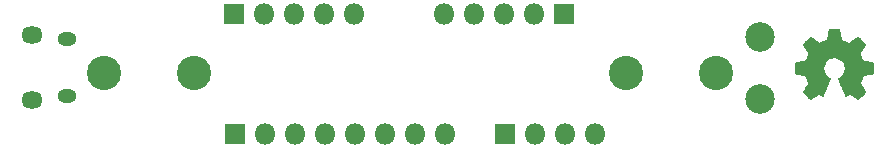
<source format=gbs>
G04 #@! TF.GenerationSoftware,KiCad,Pcbnew,(5.1.5-0-10_14)*
G04 #@! TF.CreationDate,2020-01-18T15:39:45-08:00*
G04 #@! TF.ProjectId,14500,31343530-302e-46b6-9963-61645f706362,rev?*
G04 #@! TF.SameCoordinates,Original*
G04 #@! TF.FileFunction,Soldermask,Bot*
G04 #@! TF.FilePolarity,Negative*
%FSLAX46Y46*%
G04 Gerber Fmt 4.6, Leading zero omitted, Abs format (unit mm)*
G04 Created by KiCad (PCBNEW (5.1.5-0-10_14)) date 2020-01-18 15:39:45*
%MOMM*%
%LPD*%
G04 APERTURE LIST*
%ADD10C,0.010000*%
%ADD11C,2.901600*%
%ADD12O,1.801600X1.801600*%
%ADD13R,1.801600X1.801600*%
%ADD14O,1.801600X1.451600*%
%ADD15O,1.601600X1.201600*%
%ADD16C,2.501600*%
G04 APERTURE END LIST*
D10*
G36*
X127244186Y-97193931D02*
G01*
X127160365Y-97638555D01*
X126851080Y-97766053D01*
X126541794Y-97893551D01*
X126170754Y-97641246D01*
X126066843Y-97570996D01*
X125972913Y-97508272D01*
X125893348Y-97455938D01*
X125832530Y-97416857D01*
X125794843Y-97393893D01*
X125784579Y-97388942D01*
X125766090Y-97401676D01*
X125726580Y-97436882D01*
X125670478Y-97490062D01*
X125602213Y-97556718D01*
X125526214Y-97632354D01*
X125446908Y-97712472D01*
X125368725Y-97792574D01*
X125296093Y-97868164D01*
X125233441Y-97934745D01*
X125185197Y-97987818D01*
X125155790Y-98022887D01*
X125148759Y-98034623D01*
X125158877Y-98056260D01*
X125187241Y-98103662D01*
X125230871Y-98172193D01*
X125286782Y-98257215D01*
X125351994Y-98354093D01*
X125389781Y-98409350D01*
X125458657Y-98510248D01*
X125519860Y-98601299D01*
X125570422Y-98677970D01*
X125607372Y-98735728D01*
X125627742Y-98770043D01*
X125630803Y-98777254D01*
X125623864Y-98797748D01*
X125604949Y-98845513D01*
X125576913Y-98913832D01*
X125542609Y-98995989D01*
X125504891Y-99085270D01*
X125466613Y-99174958D01*
X125430630Y-99258338D01*
X125399794Y-99328694D01*
X125376961Y-99379310D01*
X125364983Y-99403471D01*
X125364276Y-99404422D01*
X125345469Y-99409036D01*
X125295382Y-99419328D01*
X125219207Y-99434287D01*
X125122135Y-99452901D01*
X125009357Y-99474159D01*
X124943558Y-99486418D01*
X124823050Y-99509362D01*
X124714203Y-99531195D01*
X124622524Y-99550722D01*
X124553519Y-99566748D01*
X124512696Y-99578079D01*
X124504489Y-99581674D01*
X124496452Y-99606006D01*
X124489967Y-99660959D01*
X124485030Y-99740108D01*
X124481636Y-99837026D01*
X124479782Y-99945287D01*
X124479462Y-100058465D01*
X124480673Y-100170135D01*
X124483410Y-100273868D01*
X124487669Y-100363241D01*
X124493445Y-100431826D01*
X124500733Y-100473197D01*
X124505105Y-100481810D01*
X124531236Y-100492133D01*
X124586607Y-100506892D01*
X124663893Y-100524352D01*
X124755770Y-100542780D01*
X124787842Y-100548741D01*
X124942476Y-100577066D01*
X125064625Y-100599876D01*
X125158327Y-100618080D01*
X125227616Y-100632583D01*
X125276529Y-100644292D01*
X125309103Y-100654115D01*
X125329372Y-100662956D01*
X125341374Y-100671724D01*
X125343053Y-100673457D01*
X125359816Y-100701371D01*
X125385386Y-100755695D01*
X125417212Y-100829777D01*
X125452740Y-100916965D01*
X125489417Y-101010608D01*
X125524689Y-101104052D01*
X125556004Y-101190647D01*
X125580807Y-101263740D01*
X125596546Y-101316678D01*
X125600668Y-101342811D01*
X125600324Y-101343726D01*
X125586359Y-101365086D01*
X125554678Y-101412084D01*
X125508609Y-101479827D01*
X125451482Y-101563423D01*
X125386627Y-101657982D01*
X125368157Y-101684854D01*
X125302301Y-101782275D01*
X125244350Y-101871163D01*
X125197462Y-101946412D01*
X125164793Y-102002920D01*
X125149500Y-102035581D01*
X125148759Y-102039593D01*
X125161608Y-102060684D01*
X125197112Y-102102464D01*
X125250707Y-102160445D01*
X125317829Y-102230135D01*
X125393913Y-102307045D01*
X125474396Y-102386683D01*
X125554713Y-102464561D01*
X125630301Y-102536186D01*
X125696595Y-102597070D01*
X125749031Y-102642721D01*
X125783045Y-102668650D01*
X125792455Y-102672883D01*
X125814357Y-102662912D01*
X125859200Y-102636020D01*
X125919679Y-102596736D01*
X125966211Y-102565117D01*
X126050525Y-102507098D01*
X126150374Y-102438784D01*
X126250527Y-102370579D01*
X126304373Y-102334075D01*
X126486629Y-102210800D01*
X126639619Y-102293520D01*
X126709318Y-102329759D01*
X126768586Y-102357926D01*
X126808689Y-102373991D01*
X126818897Y-102376226D01*
X126831171Y-102359722D01*
X126855387Y-102313082D01*
X126889737Y-102240609D01*
X126932412Y-102146606D01*
X126981606Y-102035374D01*
X127035510Y-101911215D01*
X127092316Y-101778432D01*
X127150218Y-101641327D01*
X127207407Y-101504202D01*
X127262076Y-101371358D01*
X127312416Y-101247098D01*
X127356620Y-101135725D01*
X127392881Y-101041539D01*
X127419391Y-100968844D01*
X127434342Y-100921941D01*
X127436746Y-100905833D01*
X127417689Y-100885286D01*
X127375964Y-100851933D01*
X127320294Y-100812702D01*
X127315622Y-100809599D01*
X127171736Y-100694423D01*
X127055717Y-100560053D01*
X126968570Y-100410784D01*
X126911301Y-100250913D01*
X126884914Y-100084737D01*
X126890415Y-99916552D01*
X126928810Y-99750655D01*
X127001105Y-99591342D01*
X127022374Y-99556487D01*
X127133004Y-99415737D01*
X127263698Y-99302714D01*
X127409936Y-99218003D01*
X127567192Y-99162194D01*
X127730943Y-99135874D01*
X127896667Y-99139630D01*
X128059838Y-99174050D01*
X128215935Y-99239723D01*
X128360433Y-99337235D01*
X128405131Y-99376813D01*
X128518888Y-99500703D01*
X128601782Y-99631124D01*
X128658644Y-99777315D01*
X128690313Y-99922088D01*
X128698131Y-100084860D01*
X128672062Y-100248440D01*
X128614755Y-100407298D01*
X128528856Y-100555906D01*
X128417014Y-100688735D01*
X128281877Y-100800256D01*
X128264117Y-100812011D01*
X128207850Y-100850508D01*
X128165077Y-100883863D01*
X128144628Y-100905160D01*
X128144331Y-100905833D01*
X128148721Y-100928871D01*
X128166124Y-100981157D01*
X128194732Y-101058390D01*
X128232735Y-101156268D01*
X128278326Y-101270491D01*
X128329697Y-101396758D01*
X128385038Y-101530767D01*
X128442542Y-101668218D01*
X128500399Y-101804808D01*
X128556802Y-101936237D01*
X128609942Y-102058205D01*
X128658010Y-102166409D01*
X128699199Y-102256549D01*
X128731699Y-102324323D01*
X128753703Y-102365430D01*
X128762564Y-102376226D01*
X128789640Y-102367819D01*
X128840303Y-102345272D01*
X128905817Y-102312613D01*
X128941841Y-102293520D01*
X129094832Y-102210800D01*
X129277088Y-102334075D01*
X129370125Y-102397228D01*
X129471985Y-102466727D01*
X129567438Y-102532165D01*
X129615250Y-102565117D01*
X129682495Y-102610273D01*
X129739436Y-102646057D01*
X129778646Y-102667938D01*
X129791381Y-102672563D01*
X129809917Y-102660085D01*
X129850941Y-102625252D01*
X129910475Y-102571678D01*
X129984542Y-102502983D01*
X130069165Y-102422781D01*
X130122685Y-102371286D01*
X130216319Y-102279286D01*
X130297241Y-102196999D01*
X130362177Y-102127945D01*
X130407858Y-102075644D01*
X130431011Y-102043616D01*
X130433232Y-102037116D01*
X130422924Y-102012394D01*
X130394439Y-101962405D01*
X130350937Y-101892212D01*
X130295577Y-101806875D01*
X130231520Y-101711456D01*
X130213303Y-101684854D01*
X130146927Y-101588167D01*
X130087378Y-101501117D01*
X130037984Y-101428595D01*
X130002075Y-101375493D01*
X129982981Y-101346703D01*
X129981136Y-101343726D01*
X129983895Y-101320782D01*
X129998538Y-101270336D01*
X130022513Y-101199041D01*
X130053266Y-101113547D01*
X130088244Y-101020507D01*
X130124893Y-100926574D01*
X130160661Y-100838399D01*
X130192994Y-100762634D01*
X130219338Y-100705931D01*
X130237142Y-100674943D01*
X130238407Y-100673457D01*
X130249294Y-100664601D01*
X130267682Y-100655843D01*
X130297606Y-100646277D01*
X130343103Y-100634996D01*
X130408209Y-100621093D01*
X130496961Y-100603663D01*
X130613393Y-100581798D01*
X130761542Y-100554591D01*
X130793618Y-100548741D01*
X130888686Y-100530374D01*
X130971565Y-100512405D01*
X131034930Y-100496569D01*
X131071458Y-100484600D01*
X131076356Y-100481810D01*
X131084427Y-100457072D01*
X131090987Y-100401790D01*
X131096033Y-100322389D01*
X131099559Y-100225296D01*
X131101561Y-100116938D01*
X131102036Y-100003740D01*
X131100977Y-99892128D01*
X131098382Y-99788529D01*
X131094246Y-99699368D01*
X131088563Y-99631072D01*
X131081331Y-99590066D01*
X131076971Y-99581674D01*
X131052698Y-99573208D01*
X130997426Y-99559435D01*
X130916662Y-99541550D01*
X130815912Y-99520748D01*
X130700683Y-99498223D01*
X130637902Y-99486418D01*
X130518787Y-99464151D01*
X130412565Y-99443979D01*
X130324427Y-99426915D01*
X130259566Y-99413969D01*
X130223174Y-99406155D01*
X130217184Y-99404422D01*
X130207061Y-99384890D01*
X130185662Y-99337843D01*
X130155839Y-99270003D01*
X130120445Y-99188091D01*
X130082332Y-99098828D01*
X130044353Y-99008935D01*
X130009360Y-98925135D01*
X129980206Y-98854147D01*
X129959743Y-98802694D01*
X129950823Y-98777497D01*
X129950657Y-98776396D01*
X129960769Y-98756519D01*
X129989117Y-98710777D01*
X130032723Y-98643717D01*
X130088606Y-98559884D01*
X130153787Y-98463826D01*
X130191679Y-98408650D01*
X130260725Y-98307481D01*
X130322050Y-98215630D01*
X130372663Y-98137744D01*
X130409571Y-98078469D01*
X130429782Y-98042451D01*
X130432701Y-98034377D01*
X130420153Y-98015584D01*
X130385463Y-97975457D01*
X130333063Y-97918493D01*
X130267384Y-97849185D01*
X130192856Y-97772031D01*
X130113913Y-97691525D01*
X130034983Y-97612163D01*
X129960500Y-97538440D01*
X129894894Y-97474852D01*
X129842596Y-97425894D01*
X129808039Y-97396061D01*
X129796478Y-97388942D01*
X129777654Y-97398953D01*
X129732631Y-97427078D01*
X129665787Y-97470454D01*
X129581499Y-97526218D01*
X129484144Y-97591506D01*
X129410707Y-97641246D01*
X129039667Y-97893551D01*
X128421095Y-97638555D01*
X128337275Y-97193931D01*
X128253454Y-96749307D01*
X127328006Y-96749307D01*
X127244186Y-97193931D01*
G37*
X127244186Y-97193931D02*
X127160365Y-97638555D01*
X126851080Y-97766053D01*
X126541794Y-97893551D01*
X126170754Y-97641246D01*
X126066843Y-97570996D01*
X125972913Y-97508272D01*
X125893348Y-97455938D01*
X125832530Y-97416857D01*
X125794843Y-97393893D01*
X125784579Y-97388942D01*
X125766090Y-97401676D01*
X125726580Y-97436882D01*
X125670478Y-97490062D01*
X125602213Y-97556718D01*
X125526214Y-97632354D01*
X125446908Y-97712472D01*
X125368725Y-97792574D01*
X125296093Y-97868164D01*
X125233441Y-97934745D01*
X125185197Y-97987818D01*
X125155790Y-98022887D01*
X125148759Y-98034623D01*
X125158877Y-98056260D01*
X125187241Y-98103662D01*
X125230871Y-98172193D01*
X125286782Y-98257215D01*
X125351994Y-98354093D01*
X125389781Y-98409350D01*
X125458657Y-98510248D01*
X125519860Y-98601299D01*
X125570422Y-98677970D01*
X125607372Y-98735728D01*
X125627742Y-98770043D01*
X125630803Y-98777254D01*
X125623864Y-98797748D01*
X125604949Y-98845513D01*
X125576913Y-98913832D01*
X125542609Y-98995989D01*
X125504891Y-99085270D01*
X125466613Y-99174958D01*
X125430630Y-99258338D01*
X125399794Y-99328694D01*
X125376961Y-99379310D01*
X125364983Y-99403471D01*
X125364276Y-99404422D01*
X125345469Y-99409036D01*
X125295382Y-99419328D01*
X125219207Y-99434287D01*
X125122135Y-99452901D01*
X125009357Y-99474159D01*
X124943558Y-99486418D01*
X124823050Y-99509362D01*
X124714203Y-99531195D01*
X124622524Y-99550722D01*
X124553519Y-99566748D01*
X124512696Y-99578079D01*
X124504489Y-99581674D01*
X124496452Y-99606006D01*
X124489967Y-99660959D01*
X124485030Y-99740108D01*
X124481636Y-99837026D01*
X124479782Y-99945287D01*
X124479462Y-100058465D01*
X124480673Y-100170135D01*
X124483410Y-100273868D01*
X124487669Y-100363241D01*
X124493445Y-100431826D01*
X124500733Y-100473197D01*
X124505105Y-100481810D01*
X124531236Y-100492133D01*
X124586607Y-100506892D01*
X124663893Y-100524352D01*
X124755770Y-100542780D01*
X124787842Y-100548741D01*
X124942476Y-100577066D01*
X125064625Y-100599876D01*
X125158327Y-100618080D01*
X125227616Y-100632583D01*
X125276529Y-100644292D01*
X125309103Y-100654115D01*
X125329372Y-100662956D01*
X125341374Y-100671724D01*
X125343053Y-100673457D01*
X125359816Y-100701371D01*
X125385386Y-100755695D01*
X125417212Y-100829777D01*
X125452740Y-100916965D01*
X125489417Y-101010608D01*
X125524689Y-101104052D01*
X125556004Y-101190647D01*
X125580807Y-101263740D01*
X125596546Y-101316678D01*
X125600668Y-101342811D01*
X125600324Y-101343726D01*
X125586359Y-101365086D01*
X125554678Y-101412084D01*
X125508609Y-101479827D01*
X125451482Y-101563423D01*
X125386627Y-101657982D01*
X125368157Y-101684854D01*
X125302301Y-101782275D01*
X125244350Y-101871163D01*
X125197462Y-101946412D01*
X125164793Y-102002920D01*
X125149500Y-102035581D01*
X125148759Y-102039593D01*
X125161608Y-102060684D01*
X125197112Y-102102464D01*
X125250707Y-102160445D01*
X125317829Y-102230135D01*
X125393913Y-102307045D01*
X125474396Y-102386683D01*
X125554713Y-102464561D01*
X125630301Y-102536186D01*
X125696595Y-102597070D01*
X125749031Y-102642721D01*
X125783045Y-102668650D01*
X125792455Y-102672883D01*
X125814357Y-102662912D01*
X125859200Y-102636020D01*
X125919679Y-102596736D01*
X125966211Y-102565117D01*
X126050525Y-102507098D01*
X126150374Y-102438784D01*
X126250527Y-102370579D01*
X126304373Y-102334075D01*
X126486629Y-102210800D01*
X126639619Y-102293520D01*
X126709318Y-102329759D01*
X126768586Y-102357926D01*
X126808689Y-102373991D01*
X126818897Y-102376226D01*
X126831171Y-102359722D01*
X126855387Y-102313082D01*
X126889737Y-102240609D01*
X126932412Y-102146606D01*
X126981606Y-102035374D01*
X127035510Y-101911215D01*
X127092316Y-101778432D01*
X127150218Y-101641327D01*
X127207407Y-101504202D01*
X127262076Y-101371358D01*
X127312416Y-101247098D01*
X127356620Y-101135725D01*
X127392881Y-101041539D01*
X127419391Y-100968844D01*
X127434342Y-100921941D01*
X127436746Y-100905833D01*
X127417689Y-100885286D01*
X127375964Y-100851933D01*
X127320294Y-100812702D01*
X127315622Y-100809599D01*
X127171736Y-100694423D01*
X127055717Y-100560053D01*
X126968570Y-100410784D01*
X126911301Y-100250913D01*
X126884914Y-100084737D01*
X126890415Y-99916552D01*
X126928810Y-99750655D01*
X127001105Y-99591342D01*
X127022374Y-99556487D01*
X127133004Y-99415737D01*
X127263698Y-99302714D01*
X127409936Y-99218003D01*
X127567192Y-99162194D01*
X127730943Y-99135874D01*
X127896667Y-99139630D01*
X128059838Y-99174050D01*
X128215935Y-99239723D01*
X128360433Y-99337235D01*
X128405131Y-99376813D01*
X128518888Y-99500703D01*
X128601782Y-99631124D01*
X128658644Y-99777315D01*
X128690313Y-99922088D01*
X128698131Y-100084860D01*
X128672062Y-100248440D01*
X128614755Y-100407298D01*
X128528856Y-100555906D01*
X128417014Y-100688735D01*
X128281877Y-100800256D01*
X128264117Y-100812011D01*
X128207850Y-100850508D01*
X128165077Y-100883863D01*
X128144628Y-100905160D01*
X128144331Y-100905833D01*
X128148721Y-100928871D01*
X128166124Y-100981157D01*
X128194732Y-101058390D01*
X128232735Y-101156268D01*
X128278326Y-101270491D01*
X128329697Y-101396758D01*
X128385038Y-101530767D01*
X128442542Y-101668218D01*
X128500399Y-101804808D01*
X128556802Y-101936237D01*
X128609942Y-102058205D01*
X128658010Y-102166409D01*
X128699199Y-102256549D01*
X128731699Y-102324323D01*
X128753703Y-102365430D01*
X128762564Y-102376226D01*
X128789640Y-102367819D01*
X128840303Y-102345272D01*
X128905817Y-102312613D01*
X128941841Y-102293520D01*
X129094832Y-102210800D01*
X129277088Y-102334075D01*
X129370125Y-102397228D01*
X129471985Y-102466727D01*
X129567438Y-102532165D01*
X129615250Y-102565117D01*
X129682495Y-102610273D01*
X129739436Y-102646057D01*
X129778646Y-102667938D01*
X129791381Y-102672563D01*
X129809917Y-102660085D01*
X129850941Y-102625252D01*
X129910475Y-102571678D01*
X129984542Y-102502983D01*
X130069165Y-102422781D01*
X130122685Y-102371286D01*
X130216319Y-102279286D01*
X130297241Y-102196999D01*
X130362177Y-102127945D01*
X130407858Y-102075644D01*
X130431011Y-102043616D01*
X130433232Y-102037116D01*
X130422924Y-102012394D01*
X130394439Y-101962405D01*
X130350937Y-101892212D01*
X130295577Y-101806875D01*
X130231520Y-101711456D01*
X130213303Y-101684854D01*
X130146927Y-101588167D01*
X130087378Y-101501117D01*
X130037984Y-101428595D01*
X130002075Y-101375493D01*
X129982981Y-101346703D01*
X129981136Y-101343726D01*
X129983895Y-101320782D01*
X129998538Y-101270336D01*
X130022513Y-101199041D01*
X130053266Y-101113547D01*
X130088244Y-101020507D01*
X130124893Y-100926574D01*
X130160661Y-100838399D01*
X130192994Y-100762634D01*
X130219338Y-100705931D01*
X130237142Y-100674943D01*
X130238407Y-100673457D01*
X130249294Y-100664601D01*
X130267682Y-100655843D01*
X130297606Y-100646277D01*
X130343103Y-100634996D01*
X130408209Y-100621093D01*
X130496961Y-100603663D01*
X130613393Y-100581798D01*
X130761542Y-100554591D01*
X130793618Y-100548741D01*
X130888686Y-100530374D01*
X130971565Y-100512405D01*
X131034930Y-100496569D01*
X131071458Y-100484600D01*
X131076356Y-100481810D01*
X131084427Y-100457072D01*
X131090987Y-100401790D01*
X131096033Y-100322389D01*
X131099559Y-100225296D01*
X131101561Y-100116938D01*
X131102036Y-100003740D01*
X131100977Y-99892128D01*
X131098382Y-99788529D01*
X131094246Y-99699368D01*
X131088563Y-99631072D01*
X131081331Y-99590066D01*
X131076971Y-99581674D01*
X131052698Y-99573208D01*
X130997426Y-99559435D01*
X130916662Y-99541550D01*
X130815912Y-99520748D01*
X130700683Y-99498223D01*
X130637902Y-99486418D01*
X130518787Y-99464151D01*
X130412565Y-99443979D01*
X130324427Y-99426915D01*
X130259566Y-99413969D01*
X130223174Y-99406155D01*
X130217184Y-99404422D01*
X130207061Y-99384890D01*
X130185662Y-99337843D01*
X130155839Y-99270003D01*
X130120445Y-99188091D01*
X130082332Y-99098828D01*
X130044353Y-99008935D01*
X130009360Y-98925135D01*
X129980206Y-98854147D01*
X129959743Y-98802694D01*
X129950823Y-98777497D01*
X129950657Y-98776396D01*
X129960769Y-98756519D01*
X129989117Y-98710777D01*
X130032723Y-98643717D01*
X130088606Y-98559884D01*
X130153787Y-98463826D01*
X130191679Y-98408650D01*
X130260725Y-98307481D01*
X130322050Y-98215630D01*
X130372663Y-98137744D01*
X130409571Y-98078469D01*
X130429782Y-98042451D01*
X130432701Y-98034377D01*
X130420153Y-98015584D01*
X130385463Y-97975457D01*
X130333063Y-97918493D01*
X130267384Y-97849185D01*
X130192856Y-97772031D01*
X130113913Y-97691525D01*
X130034983Y-97612163D01*
X129960500Y-97538440D01*
X129894894Y-97474852D01*
X129842596Y-97425894D01*
X129808039Y-97396061D01*
X129796478Y-97388942D01*
X129777654Y-97398953D01*
X129732631Y-97427078D01*
X129665787Y-97470454D01*
X129581499Y-97526218D01*
X129484144Y-97591506D01*
X129410707Y-97641246D01*
X129039667Y-97893551D01*
X128421095Y-97638555D01*
X128337275Y-97193931D01*
X128253454Y-96749307D01*
X127328006Y-96749307D01*
X127244186Y-97193931D01*
D11*
X73595000Y-100500000D03*
X65975000Y-100500000D03*
X117775000Y-100500000D03*
X110155000Y-100500000D03*
D12*
X94830000Y-105610000D03*
X92290000Y-105610000D03*
X89750000Y-105610000D03*
X87210000Y-105610000D03*
X84670000Y-105610000D03*
X82130000Y-105610000D03*
X79590000Y-105610000D03*
D13*
X77050000Y-105610000D03*
X99900000Y-105610000D03*
D12*
X102440000Y-105610000D03*
X104980000Y-105610000D03*
X107520000Y-105610000D03*
D14*
X59885000Y-102705000D03*
X59885000Y-97245000D03*
D15*
X62885000Y-102395000D03*
X62885000Y-97555000D03*
D16*
X121530000Y-102675000D03*
X121530000Y-97375000D03*
D13*
X104970000Y-95450000D03*
D12*
X102430000Y-95450000D03*
X99890000Y-95450000D03*
X97350000Y-95450000D03*
X94810000Y-95450000D03*
D13*
X77030000Y-95450000D03*
D12*
X79570000Y-95450000D03*
X82110000Y-95450000D03*
X84650000Y-95450000D03*
X87190000Y-95450000D03*
M02*

</source>
